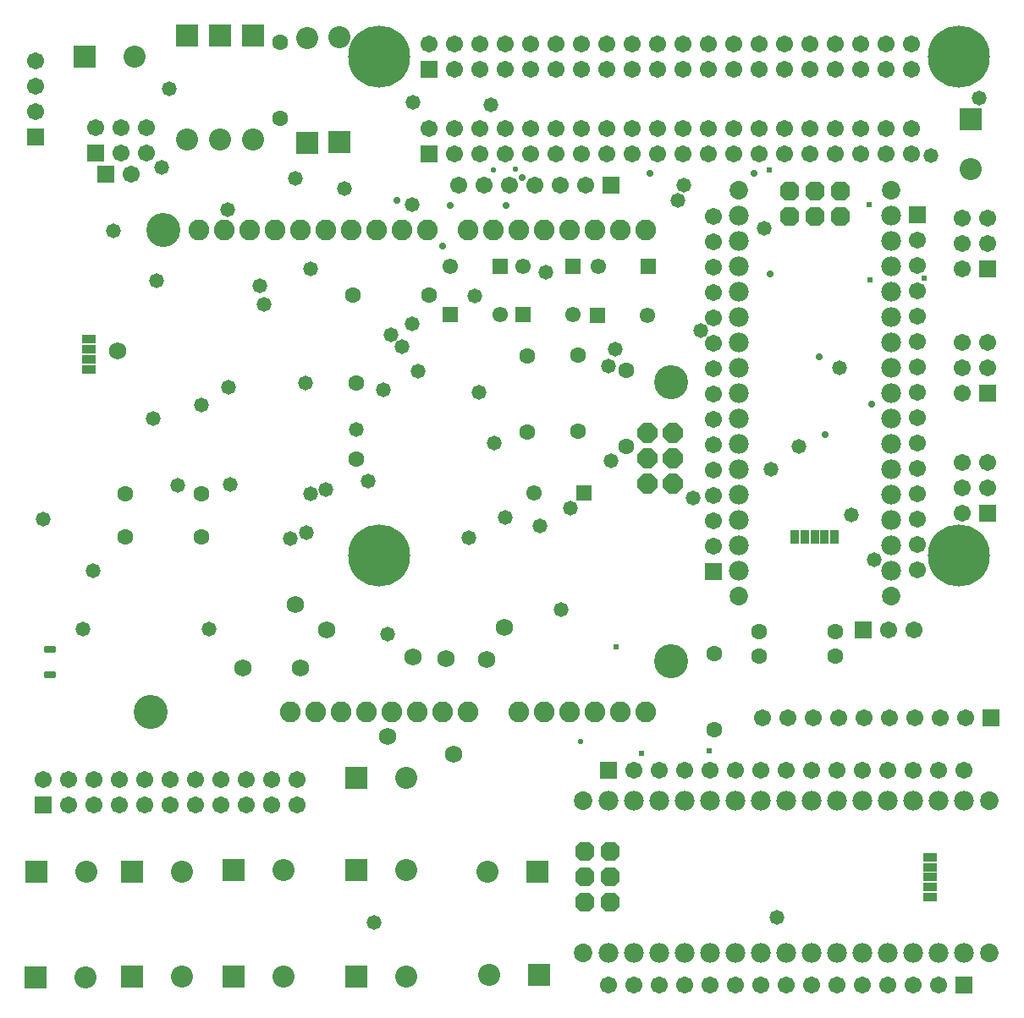
<source format=gts>
G04 Layer_Color=8388736*
%FSLAX25Y25*%
%MOIN*%
G70*
G01*
G75*
G04:AMPARAMS|DCode=55|XSize=48mil|YSize=28mil|CornerRadius=6mil|HoleSize=0mil|Usage=FLASHONLY|Rotation=0.000|XOffset=0mil|YOffset=0mil|HoleType=Round|Shape=RoundedRectangle|*
%AMROUNDEDRECTD55*
21,1,0.04800,0.01600,0,0,0.0*
21,1,0.03600,0.02800,0,0,0.0*
1,1,0.01200,0.01800,-0.00800*
1,1,0.01200,-0.01800,-0.00800*
1,1,0.01200,-0.01800,0.00800*
1,1,0.01200,0.01800,0.00800*
%
%ADD55ROUNDEDRECTD55*%
%ADD56R,0.05800X0.03300*%
%ADD57R,0.03300X0.05800*%
%ADD58C,0.06706*%
%ADD59R,0.06706X0.06706*%
%ADD60C,0.02375*%
%ADD61C,0.02178*%
%ADD62C,0.02414*%
%ADD63C,0.02800*%
%ADD64C,0.06800*%
%ADD65C,0.08674*%
%ADD66R,0.08674X0.08674*%
%ADD67C,0.13398*%
%ADD68P,0.08621X8X112.5*%
%ADD69C,0.08200*%
%ADD70R,0.08674X0.08674*%
%ADD71C,0.06312*%
%ADD72R,0.06706X0.06706*%
%ADD73C,0.06115*%
%ADD74R,0.06115X0.06115*%
%ADD75C,0.07300*%
%ADD76P,0.08202X8X22.5*%
%ADD77C,0.07800*%
%ADD78P,0.08202X8X112.5*%
%ADD79C,0.24422*%
%ADD80C,0.05800*%
D55*
X114306Y232574D02*
D03*
Y242574D02*
D03*
D56*
X129706Y352874D02*
D03*
Y356974D02*
D03*
Y360974D02*
D03*
Y364874D02*
D03*
X461088Y160671D02*
D03*
Y156671D02*
D03*
Y152871D02*
D03*
Y148871D02*
D03*
Y144971D02*
D03*
D57*
X423427Y287101D02*
D03*
X419427D02*
D03*
X415627D02*
D03*
X411627D02*
D03*
X407727D02*
D03*
D58*
X108661Y474724D02*
D03*
Y464724D02*
D03*
Y454724D02*
D03*
X455906Y274016D02*
D03*
Y284016D02*
D03*
Y294016D02*
D03*
Y304016D02*
D03*
Y314016D02*
D03*
Y324016D02*
D03*
Y334016D02*
D03*
Y344016D02*
D03*
Y354016D02*
D03*
Y364016D02*
D03*
Y374016D02*
D03*
Y384016D02*
D03*
Y394016D02*
D03*
Y404016D02*
D03*
X444646Y250394D02*
D03*
X454646D02*
D03*
X334488Y110236D02*
D03*
X344488D02*
D03*
X354488D02*
D03*
X364488D02*
D03*
X374488D02*
D03*
X384488D02*
D03*
X394488D02*
D03*
X404488D02*
D03*
X414488D02*
D03*
X424488D02*
D03*
X434488D02*
D03*
X444488D02*
D03*
X454488D02*
D03*
X464488D02*
D03*
X132520Y448425D02*
D03*
X142520Y438425D02*
D03*
Y448425D02*
D03*
X152520Y438425D02*
D03*
Y448425D02*
D03*
X473622Y343543D02*
D03*
X483622Y353543D02*
D03*
X473622D02*
D03*
X483622Y363543D02*
D03*
X473622D02*
D03*
Y392756D02*
D03*
X483622Y402756D02*
D03*
X473622D02*
D03*
X483622Y412756D02*
D03*
X473622D02*
D03*
Y296299D02*
D03*
X483622Y306299D02*
D03*
X473622D02*
D03*
X483622Y316299D02*
D03*
X473622D02*
D03*
X453780Y448032D02*
D03*
Y438032D02*
D03*
X443780Y448032D02*
D03*
Y438032D02*
D03*
X433780Y448032D02*
D03*
Y438032D02*
D03*
X423780Y448032D02*
D03*
Y438032D02*
D03*
X413780Y448032D02*
D03*
Y438032D02*
D03*
X403780Y448032D02*
D03*
Y438032D02*
D03*
X393780Y448032D02*
D03*
Y438032D02*
D03*
X383780Y448032D02*
D03*
Y438032D02*
D03*
X373780Y448032D02*
D03*
Y438032D02*
D03*
X363780Y448032D02*
D03*
Y438032D02*
D03*
X353780Y448032D02*
D03*
Y438032D02*
D03*
X343780Y448032D02*
D03*
Y438032D02*
D03*
X333780Y448032D02*
D03*
Y438032D02*
D03*
X323780Y448032D02*
D03*
Y438032D02*
D03*
X313780Y448032D02*
D03*
Y438032D02*
D03*
X303780Y448032D02*
D03*
Y438032D02*
D03*
X293780Y448032D02*
D03*
Y438032D02*
D03*
X283780Y448032D02*
D03*
Y438032D02*
D03*
X273780Y448032D02*
D03*
Y438032D02*
D03*
X263780Y448032D02*
D03*
X453780Y481260D02*
D03*
Y471260D02*
D03*
X443780Y481260D02*
D03*
Y471260D02*
D03*
X433780Y481260D02*
D03*
Y471260D02*
D03*
X423780Y481260D02*
D03*
Y471260D02*
D03*
X413780Y481260D02*
D03*
Y471260D02*
D03*
X403780Y481260D02*
D03*
Y471260D02*
D03*
X393780Y481260D02*
D03*
Y471260D02*
D03*
X383780Y481260D02*
D03*
Y471260D02*
D03*
X373780Y481260D02*
D03*
Y471260D02*
D03*
X363780Y481260D02*
D03*
Y471260D02*
D03*
X353780Y481260D02*
D03*
Y471260D02*
D03*
X343780Y481260D02*
D03*
Y471260D02*
D03*
X333780Y481260D02*
D03*
Y471260D02*
D03*
X323780Y481260D02*
D03*
Y471260D02*
D03*
X313780Y481260D02*
D03*
Y471260D02*
D03*
X303780Y481260D02*
D03*
Y471260D02*
D03*
X293780Y481260D02*
D03*
Y471260D02*
D03*
X283780Y481260D02*
D03*
Y471260D02*
D03*
X273780Y481260D02*
D03*
Y471260D02*
D03*
X263780Y481260D02*
D03*
X474331Y194882D02*
D03*
X464331D02*
D03*
X454331D02*
D03*
X444331D02*
D03*
X434331D02*
D03*
X424331D02*
D03*
X414331D02*
D03*
X404331D02*
D03*
X394331D02*
D03*
X384331D02*
D03*
X374331D02*
D03*
X364331D02*
D03*
X354331D02*
D03*
X344331D02*
D03*
X375591Y413228D02*
D03*
Y403228D02*
D03*
Y393228D02*
D03*
Y383228D02*
D03*
Y373228D02*
D03*
Y363228D02*
D03*
Y353228D02*
D03*
Y343228D02*
D03*
Y333228D02*
D03*
Y323228D02*
D03*
Y313228D02*
D03*
Y303228D02*
D03*
Y293228D02*
D03*
Y283228D02*
D03*
X465118Y215748D02*
D03*
X395118D02*
D03*
X405118D02*
D03*
X415118D02*
D03*
X425118D02*
D03*
X435118D02*
D03*
X445118D02*
D03*
X455118D02*
D03*
X475118D02*
D03*
X211575Y191339D02*
D03*
Y181339D02*
D03*
X201575Y191339D02*
D03*
Y181339D02*
D03*
X191575Y191339D02*
D03*
Y181339D02*
D03*
X181575Y191339D02*
D03*
Y181339D02*
D03*
X171575Y191339D02*
D03*
Y181339D02*
D03*
X161575Y191339D02*
D03*
Y181339D02*
D03*
X151575Y191339D02*
D03*
Y181339D02*
D03*
X141575Y191339D02*
D03*
Y181339D02*
D03*
X131575Y191339D02*
D03*
Y181339D02*
D03*
X121575Y191339D02*
D03*
Y181339D02*
D03*
X111575Y191339D02*
D03*
X275512Y425591D02*
D03*
X285512D02*
D03*
X295512D02*
D03*
X305512D02*
D03*
X325512D02*
D03*
X315512D02*
D03*
X146220Y429921D02*
D03*
D59*
X108661Y444724D02*
D03*
X455906Y414016D02*
D03*
X483622Y343543D02*
D03*
Y392756D02*
D03*
Y296299D02*
D03*
X375591Y273228D02*
D03*
D60*
X337402Y243701D02*
D03*
X347244Y201575D02*
D03*
X374016Y202756D02*
D03*
X458873Y388976D02*
D03*
X437402Y388189D02*
D03*
X397638Y431496D02*
D03*
D61*
X323228Y206299D02*
D03*
X297860Y432062D02*
D03*
X288976Y431496D02*
D03*
D62*
X437008Y418110D02*
D03*
D63*
X251181Y419685D02*
D03*
X268898Y401575D02*
D03*
X272047Y417717D02*
D03*
X294094D02*
D03*
X300394Y428740D02*
D03*
X350787Y430315D02*
D03*
X391732D02*
D03*
X398031Y390551D02*
D03*
X419685Y327165D02*
D03*
X438189Y339370D02*
D03*
X417323Y357874D02*
D03*
D64*
X212992Y235433D02*
D03*
X190551D02*
D03*
X286220Y238583D02*
D03*
X270472Y238976D02*
D03*
X211024Y260236D02*
D03*
X273228Y201181D02*
D03*
X247244Y208268D02*
D03*
X257480Y239764D02*
D03*
X293307Y251181D02*
D03*
X223228Y250394D02*
D03*
X140945Y360236D02*
D03*
D65*
X206299Y155512D02*
D03*
X194488Y443583D02*
D03*
X181496Y443583D02*
D03*
X166535Y113780D02*
D03*
X128740Y155118D02*
D03*
X166536D02*
D03*
X128346Y113386D02*
D03*
X286614Y155118D02*
D03*
X477165Y431890D02*
D03*
X287402Y114173D02*
D03*
X147638Y476378D02*
D03*
X254724Y192126D02*
D03*
Y113779D02*
D03*
X206299Y113780D02*
D03*
X254724Y155512D02*
D03*
X228346Y483976D02*
D03*
X215748Y483583D02*
D03*
X168504Y443583D02*
D03*
D66*
X186614Y155512D02*
D03*
X146850Y113780D02*
D03*
X109055Y155118D02*
D03*
X146850D02*
D03*
X108661Y113386D02*
D03*
X306299Y155118D02*
D03*
X307087Y114173D02*
D03*
X127953Y476378D02*
D03*
X235039Y192126D02*
D03*
X235039Y113779D02*
D03*
X186614Y113780D02*
D03*
X235039Y155512D02*
D03*
D67*
X154106Y217874D02*
D03*
X159106Y407874D02*
D03*
X359106Y347874D02*
D03*
Y237874D02*
D03*
D68*
X349606Y327874D02*
D03*
X359606D02*
D03*
X349606Y317874D02*
D03*
X359606D02*
D03*
X349606Y307874D02*
D03*
X359606D02*
D03*
D69*
X209106Y217874D02*
D03*
X219106D02*
D03*
X279106D02*
D03*
X269106D02*
D03*
X259106D02*
D03*
X249106D02*
D03*
X239106D02*
D03*
X229106D02*
D03*
X299106D02*
D03*
X349106D02*
D03*
X339106D02*
D03*
X329106D02*
D03*
X319106D02*
D03*
X309106D02*
D03*
X173106Y407874D02*
D03*
X183106D02*
D03*
X193106D02*
D03*
X263106D02*
D03*
X253106D02*
D03*
X243106D02*
D03*
X233106D02*
D03*
X223106D02*
D03*
X213106D02*
D03*
X203106D02*
D03*
X279106D02*
D03*
X349106D02*
D03*
X339106D02*
D03*
X329106D02*
D03*
X319106D02*
D03*
X309106D02*
D03*
X299106D02*
D03*
X289106D02*
D03*
D70*
X194488Y484764D02*
D03*
X181496D02*
D03*
X477165Y451575D02*
D03*
X228346Y442795D02*
D03*
X215748Y442402D02*
D03*
X168504Y484764D02*
D03*
D71*
X423661Y249606D02*
D03*
X393661D02*
D03*
Y240158D02*
D03*
X423661D02*
D03*
X235039Y347677D02*
D03*
Y317677D02*
D03*
X233819Y382283D02*
D03*
X263819D02*
D03*
X322441Y358701D02*
D03*
Y328701D02*
D03*
X341339Y352795D02*
D03*
Y322795D02*
D03*
X144055Y287008D02*
D03*
X174055D02*
D03*
X144055Y303937D02*
D03*
X174055D02*
D03*
X302362Y358307D02*
D03*
Y328307D02*
D03*
X205118Y481929D02*
D03*
Y451929D02*
D03*
X375984Y240984D02*
D03*
Y210984D02*
D03*
D72*
X434646Y250394D02*
D03*
X474488Y110236D02*
D03*
X132520Y438425D02*
D03*
X263780Y438032D02*
D03*
Y471260D02*
D03*
X334331Y194882D02*
D03*
X485118Y215748D02*
D03*
X111575Y181339D02*
D03*
X335512Y425591D02*
D03*
X136220Y429921D02*
D03*
D73*
X272047Y393701D02*
D03*
X300787Y393701D02*
D03*
X320473Y374803D02*
D03*
X305118Y304331D02*
D03*
X330315Y393701D02*
D03*
X349606Y374410D02*
D03*
X291732Y374803D02*
D03*
D74*
Y393701D02*
D03*
X320472D02*
D03*
X300787Y374803D02*
D03*
X324803Y304331D02*
D03*
X350000Y393701D02*
D03*
X329921Y374410D02*
D03*
X272047Y374803D02*
D03*
D75*
X445827Y423701D02*
D03*
X385827D02*
D03*
Y263701D02*
D03*
X445827D02*
D03*
X324488Y183071D02*
D03*
Y123071D02*
D03*
X484488D02*
D03*
Y183071D02*
D03*
D76*
X425727Y423301D02*
D03*
Y413301D02*
D03*
X415727Y423301D02*
D03*
Y413301D02*
D03*
X405727Y423301D02*
D03*
Y413301D02*
D03*
D77*
X385827Y363701D02*
D03*
Y373701D02*
D03*
Y413701D02*
D03*
Y403701D02*
D03*
Y393701D02*
D03*
Y383701D02*
D03*
Y273701D02*
D03*
Y283701D02*
D03*
Y293701D02*
D03*
Y353701D02*
D03*
Y343701D02*
D03*
Y333701D02*
D03*
Y323701D02*
D03*
Y313701D02*
D03*
Y303701D02*
D03*
X445827Y363701D02*
D03*
Y373701D02*
D03*
Y413701D02*
D03*
Y403701D02*
D03*
Y393701D02*
D03*
Y383701D02*
D03*
Y273701D02*
D03*
Y283701D02*
D03*
Y293701D02*
D03*
Y353701D02*
D03*
Y343701D02*
D03*
Y333701D02*
D03*
Y323701D02*
D03*
Y313701D02*
D03*
Y303701D02*
D03*
X384488Y123071D02*
D03*
X374488D02*
D03*
X334488D02*
D03*
X344488D02*
D03*
X354488D02*
D03*
X364488D02*
D03*
X474488D02*
D03*
X464488D02*
D03*
X454488D02*
D03*
X394488D02*
D03*
X404488D02*
D03*
X414488D02*
D03*
X424488D02*
D03*
X434488D02*
D03*
X444488D02*
D03*
X384488Y183071D02*
D03*
X374488D02*
D03*
X334488D02*
D03*
X344488D02*
D03*
X354488D02*
D03*
X364488D02*
D03*
X474488D02*
D03*
X464488D02*
D03*
X454488D02*
D03*
X394488D02*
D03*
X404488D02*
D03*
X414488D02*
D03*
X424488D02*
D03*
X434488D02*
D03*
X444488D02*
D03*
D78*
X324888Y162971D02*
D03*
X334888D02*
D03*
X324888Y152971D02*
D03*
X334888D02*
D03*
X324888Y142971D02*
D03*
X334888D02*
D03*
D79*
X244094Y279528D02*
D03*
X472441D02*
D03*
X244094Y476378D02*
D03*
X472441D02*
D03*
D80*
X370800Y368200D02*
D03*
X215400Y288700D02*
D03*
X209000Y286200D02*
D03*
X217100Y303864D02*
D03*
X223100Y305800D02*
D03*
X185300Y307700D02*
D03*
X247244Y248819D02*
D03*
X139400Y407800D02*
D03*
X161400Y463700D02*
D03*
X198700Y378800D02*
D03*
X367600Y302400D02*
D03*
X395800Y408500D02*
D03*
X279508Y286800D02*
D03*
X259400Y352300D02*
D03*
X364197Y425591D02*
D03*
X334500Y354300D02*
D03*
X253200Y361900D02*
D03*
X245600Y345000D02*
D03*
X158300Y432500D02*
D03*
X217067Y392700D02*
D03*
X196900Y386100D02*
D03*
X307300Y291200D02*
D03*
X257300Y458400D02*
D03*
X335500Y316900D02*
D03*
X289500Y324000D02*
D03*
X131300Y273700D02*
D03*
X315600Y258300D02*
D03*
X177000Y250500D02*
D03*
X127300D02*
D03*
X111800Y294100D02*
D03*
X398300Y313701D02*
D03*
X400659Y136900D02*
D03*
X184300Y415900D02*
D03*
X309600Y391200D02*
D03*
X319400Y298200D02*
D03*
X439000Y278000D02*
D03*
X480300Y460100D02*
D03*
X425500Y353701D02*
D03*
X242100Y134900D02*
D03*
X256964Y370900D02*
D03*
X184600Y345900D02*
D03*
X461300Y437200D02*
D03*
X211200Y428300D02*
D03*
X230300Y424200D02*
D03*
X288200Y457300D02*
D03*
X235000Y329400D02*
D03*
X248814Y366530D02*
D03*
X361600Y419660D02*
D03*
X337059Y361150D02*
D03*
X281700Y382000D02*
D03*
X409300Y322700D02*
D03*
X214900Y347800D02*
D03*
X257150Y418000D02*
D03*
X293800Y294800D02*
D03*
X239700Y309000D02*
D03*
X164750Y307300D02*
D03*
X156400Y388050D02*
D03*
X429900Y295500D02*
D03*
X283500Y343900D02*
D03*
X155200Y333500D02*
D03*
X174055Y339100D02*
D03*
M02*

</source>
